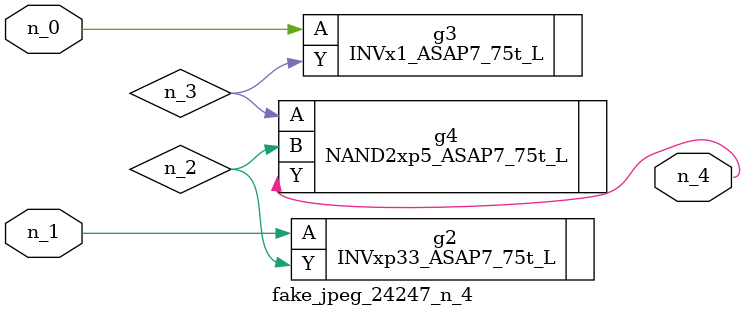
<source format=v>
module fake_jpeg_24247_n_4 (n_0, n_1, n_4);

input n_0;
input n_1;

output n_4;

wire n_3;
wire n_2;

INVxp33_ASAP7_75t_L g2 ( 
.A(n_1),
.Y(n_2)
);

INVx1_ASAP7_75t_L g3 ( 
.A(n_0),
.Y(n_3)
);

NAND2xp5_ASAP7_75t_L g4 ( 
.A(n_3),
.B(n_2),
.Y(n_4)
);


endmodule
</source>
